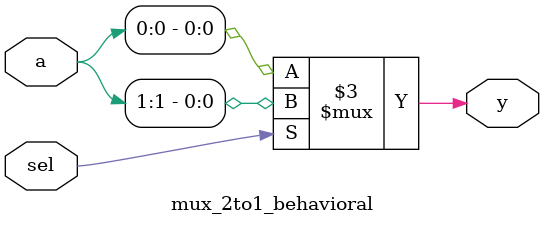
<source format=v>
module mux_2to1_behavioral(input [1:0]a,input sel,output reg y);

always @ (*) begin
	if(sel)
		y=a[1];
	else
		y=a[0];
end
endmodule


</source>
